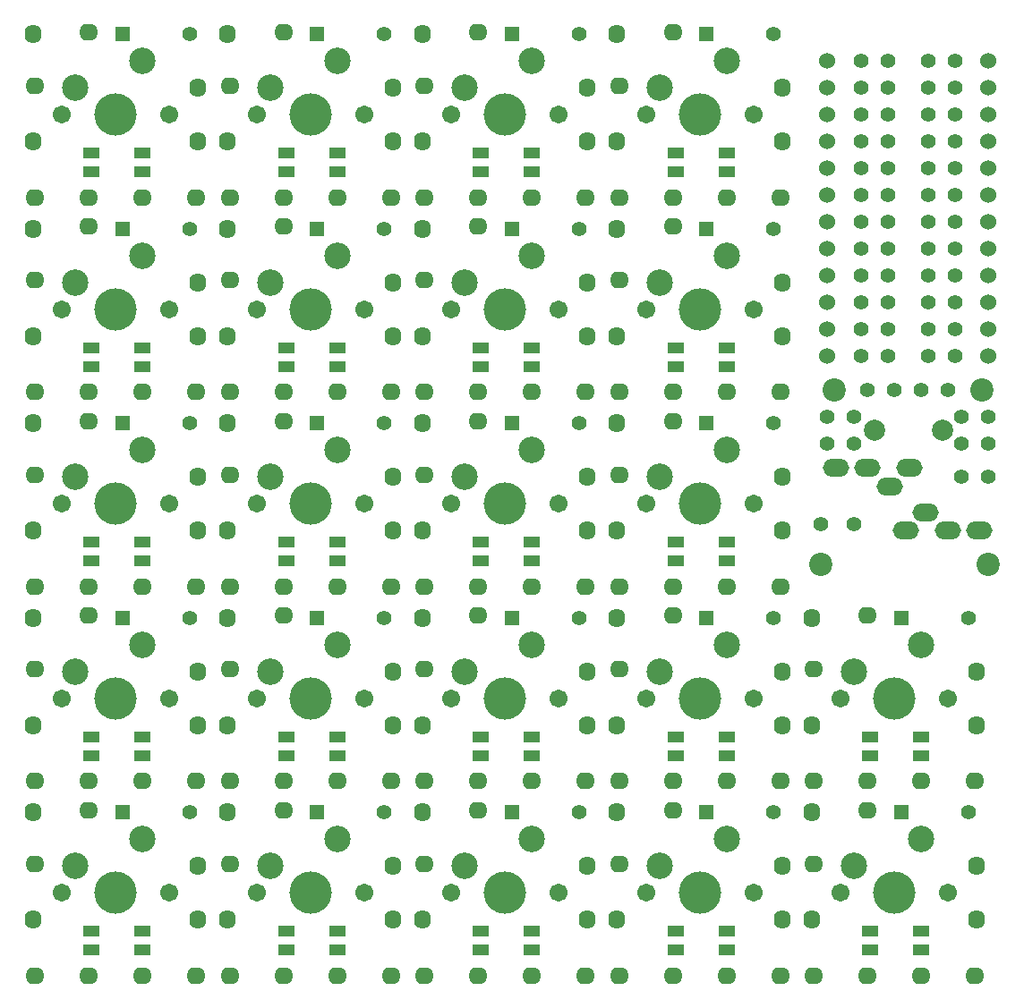
<source format=gts>
G04 #@! TF.FileFunction,Soldermask,Top*
%FSLAX46Y46*%
G04 Gerber Fmt 4.6, Leading zero omitted, Abs format (unit mm)*
G04 Created by KiCad (PCBNEW 4.0.7-e2-6376~61~ubuntu18.04.1) date Sat Jul 28 03:14:20 2018*
%MOMM*%
%LPD*%
G01*
G04 APERTURE LIST*
%ADD10C,0.150000*%
%ADD11C,1.400000*%
%ADD12R,1.400000X1.400000*%
%ADD13O,1.800000X1.600000*%
%ADD14O,1.600000X1.800000*%
%ADD15R,1.600000X1.000000*%
%ADD16C,1.710000*%
%ADD17C,2.500000*%
%ADD18C,4.000000*%
%ADD19C,1.397000*%
%ADD20O,2.500000X1.700000*%
%ADD21C,1.524000*%
%ADD22C,2.200000*%
%ADD23C,2.000000*%
G04 APERTURE END LIST*
D10*
D11*
X171450000Y-120015000D03*
D12*
X165100000Y-120015000D03*
D11*
X171450000Y-101600000D03*
D12*
X165100000Y-101600000D03*
D13*
X161925000Y-119815000D03*
X156845000Y-117040000D03*
D14*
X156645000Y-120015000D03*
D13*
X161925000Y-117040000D03*
D14*
X156645000Y-130175000D03*
D13*
X156845000Y-135455000D03*
X156845000Y-124895000D03*
X172085000Y-117040000D03*
D15*
X167005000Y-114617500D03*
X167005000Y-112867500D03*
X162205000Y-114617500D03*
X162205000Y-112867500D03*
D14*
X172285000Y-111760000D03*
D13*
X167005000Y-117040000D03*
D14*
X156645000Y-111760000D03*
X156645000Y-101600000D03*
X172285000Y-106680000D03*
D13*
X161925000Y-101400000D03*
D16*
X169545000Y-109220000D03*
D17*
X167005000Y-104140000D03*
D18*
X164465000Y-109220000D03*
D17*
X160655000Y-106680000D03*
D16*
X159385000Y-109220000D03*
D13*
X156845000Y-106480000D03*
X161925000Y-135455000D03*
X172085000Y-135455000D03*
D15*
X167005000Y-133032500D03*
X167005000Y-131282500D03*
X162205000Y-133032500D03*
X162205000Y-131282500D03*
D14*
X172285000Y-125095000D03*
X172285000Y-130175000D03*
D16*
X169545000Y-127635000D03*
D17*
X167005000Y-122555000D03*
D18*
X164465000Y-127635000D03*
D17*
X160655000Y-125095000D03*
D16*
X159385000Y-127635000D03*
D13*
X167005000Y-135455000D03*
D11*
X153035000Y-120015000D03*
D12*
X146685000Y-120015000D03*
D11*
X134620000Y-120015000D03*
D12*
X128270000Y-120015000D03*
D11*
X116205000Y-120015000D03*
D12*
X109855000Y-120015000D03*
D11*
X97790000Y-120015000D03*
D12*
X91440000Y-120015000D03*
D11*
X153035000Y-101600000D03*
D12*
X146685000Y-101600000D03*
D11*
X134620000Y-101600000D03*
D12*
X128270000Y-101600000D03*
D11*
X116205000Y-101600000D03*
D12*
X109855000Y-101600000D03*
D11*
X97790000Y-101600000D03*
D12*
X91440000Y-101600000D03*
D11*
X153035000Y-83185000D03*
D12*
X146685000Y-83185000D03*
D11*
X134620000Y-83185000D03*
D12*
X128270000Y-83185000D03*
D11*
X116205000Y-83185000D03*
D12*
X109855000Y-83185000D03*
D11*
X97790000Y-83185000D03*
D12*
X91440000Y-83185000D03*
D11*
X153035000Y-64770000D03*
D12*
X146685000Y-64770000D03*
D11*
X134620000Y-64770000D03*
D12*
X128270000Y-64770000D03*
D11*
X116205000Y-64770000D03*
D12*
X109855000Y-64770000D03*
D11*
X97790000Y-64770000D03*
D12*
X91440000Y-64770000D03*
D11*
X153035000Y-46355000D03*
D12*
X146685000Y-46355000D03*
D11*
X134620000Y-46355000D03*
D12*
X128270000Y-46355000D03*
D11*
X116205000Y-46355000D03*
D12*
X109855000Y-46355000D03*
D14*
X138230000Y-130175000D03*
X119815000Y-130175000D03*
X101400000Y-130175000D03*
X82985000Y-130175000D03*
X138230000Y-111760000D03*
X119815000Y-111760000D03*
X101400000Y-111760000D03*
X82985000Y-111760000D03*
X138230000Y-93345000D03*
X119815000Y-93345000D03*
X101400000Y-93345000D03*
X82985000Y-93345000D03*
X138230000Y-74930000D03*
X119815000Y-74930000D03*
X101400000Y-74930000D03*
X82985000Y-74930000D03*
X138230000Y-56515000D03*
X119815000Y-56515000D03*
X101400000Y-56515000D03*
D13*
X138430000Y-135455000D03*
X120015000Y-135455000D03*
X101600000Y-135455000D03*
X83185000Y-135455000D03*
X138430000Y-117040000D03*
X120015000Y-117040000D03*
X101600000Y-117040000D03*
X83185000Y-117040000D03*
X138430000Y-98625000D03*
X120015000Y-98625000D03*
X101600000Y-98625000D03*
X83185000Y-98625000D03*
X138430000Y-80210000D03*
X120015000Y-80210000D03*
X101600000Y-80210000D03*
X83185000Y-80210000D03*
X138430000Y-61795000D03*
X120015000Y-61795000D03*
X101600000Y-61795000D03*
X138430000Y-124895000D03*
X120015000Y-124895000D03*
X101600000Y-124895000D03*
X83185000Y-124895000D03*
X138430000Y-106480000D03*
X120015000Y-106480000D03*
X101600000Y-106480000D03*
X83185000Y-106480000D03*
X138430000Y-88065000D03*
X120015000Y-88065000D03*
X101600000Y-88065000D03*
X83185000Y-88065000D03*
X138430000Y-69650000D03*
X120015000Y-69650000D03*
X101600000Y-69650000D03*
X83185000Y-69650000D03*
X138430000Y-51235000D03*
X120015000Y-51235000D03*
X101600000Y-51235000D03*
X143510000Y-119815000D03*
X125095000Y-119815000D03*
X106680000Y-119815000D03*
X88265000Y-119815000D03*
X143510000Y-101400000D03*
X125095000Y-101400000D03*
X106680000Y-101400000D03*
X88265000Y-101400000D03*
X143510000Y-82985000D03*
X125095000Y-82985000D03*
X106680000Y-82985000D03*
X88265000Y-82985000D03*
X143510000Y-64570000D03*
X125095000Y-64570000D03*
X106680000Y-64570000D03*
X88265000Y-64570000D03*
X143510000Y-46155000D03*
X125095000Y-46155000D03*
X106680000Y-46155000D03*
D14*
X138230000Y-120015000D03*
X119815000Y-120015000D03*
X101400000Y-120015000D03*
X82985000Y-120015000D03*
X138230000Y-101600000D03*
X119815000Y-101600000D03*
X101400000Y-101600000D03*
X82985000Y-101600000D03*
X138230000Y-83185000D03*
X119815000Y-83185000D03*
X101400000Y-83185000D03*
X82985000Y-83185000D03*
X138230000Y-64770000D03*
X119815000Y-64770000D03*
X101400000Y-64770000D03*
X82985000Y-64770000D03*
X138230000Y-46355000D03*
X119815000Y-46355000D03*
X101400000Y-46355000D03*
D13*
X143510000Y-135455000D03*
X125095000Y-135455000D03*
X106680000Y-135455000D03*
X88265000Y-135455000D03*
X143510000Y-117040000D03*
X125095000Y-117040000D03*
X106680000Y-117040000D03*
X88265000Y-117040000D03*
X143510000Y-98625000D03*
X125095000Y-98625000D03*
X106680000Y-98625000D03*
X88265000Y-98625000D03*
X143510000Y-80210000D03*
X125095000Y-80210000D03*
X106680000Y-80210000D03*
X88265000Y-80210000D03*
X143510000Y-61795000D03*
X125095000Y-61795000D03*
X106680000Y-61795000D03*
D14*
X153870000Y-125095000D03*
X135455000Y-125095000D03*
X117040000Y-125095000D03*
X98625000Y-125095000D03*
X153870000Y-106680000D03*
X135455000Y-106680000D03*
X117040000Y-106680000D03*
X98625000Y-106680000D03*
X153870000Y-88265000D03*
X135455000Y-88265000D03*
X117040000Y-88265000D03*
X98625000Y-88265000D03*
X153870000Y-69850000D03*
X135455000Y-69850000D03*
X117040000Y-69850000D03*
X98625000Y-69850000D03*
X153870000Y-51435000D03*
X135455000Y-51435000D03*
X117040000Y-51435000D03*
D15*
X148590000Y-133032500D03*
X148590000Y-131282500D03*
X143790000Y-133032500D03*
X143790000Y-131282500D03*
X130175000Y-133032500D03*
X130175000Y-131282500D03*
X125375000Y-133032500D03*
X125375000Y-131282500D03*
X111760000Y-133032500D03*
X111760000Y-131282500D03*
X106960000Y-133032500D03*
X106960000Y-131282500D03*
X93345000Y-133032500D03*
X93345000Y-131282500D03*
X88545000Y-133032500D03*
X88545000Y-131282500D03*
X148590000Y-114617500D03*
X148590000Y-112867500D03*
X143790000Y-114617500D03*
X143790000Y-112867500D03*
X130175000Y-114617500D03*
X130175000Y-112867500D03*
X125375000Y-114617500D03*
X125375000Y-112867500D03*
X111760000Y-114617500D03*
X111760000Y-112867500D03*
X106960000Y-114617500D03*
X106960000Y-112867500D03*
X93345000Y-114617500D03*
X93345000Y-112867500D03*
X88545000Y-114617500D03*
X88545000Y-112867500D03*
X148590000Y-96202500D03*
X148590000Y-94452500D03*
X143790000Y-96202500D03*
X143790000Y-94452500D03*
X130175000Y-96202500D03*
X130175000Y-94452500D03*
X125375000Y-96202500D03*
X125375000Y-94452500D03*
X111760000Y-96202500D03*
X111760000Y-94452500D03*
X106960000Y-96202500D03*
X106960000Y-94452500D03*
X93345000Y-96202500D03*
X93345000Y-94452500D03*
X88545000Y-96202500D03*
X88545000Y-94452500D03*
X148590000Y-77787500D03*
X148590000Y-76037500D03*
X143790000Y-77787500D03*
X143790000Y-76037500D03*
X130175000Y-77787500D03*
X130175000Y-76037500D03*
X125375000Y-77787500D03*
X125375000Y-76037500D03*
X111760000Y-77787500D03*
X111760000Y-76037500D03*
X106960000Y-77787500D03*
X106960000Y-76037500D03*
X93345000Y-77787500D03*
X93345000Y-76037500D03*
X88545000Y-77787500D03*
X88545000Y-76037500D03*
X148590000Y-59372500D03*
X148590000Y-57622500D03*
X143790000Y-59372500D03*
X143790000Y-57622500D03*
X130175000Y-59372500D03*
X130175000Y-57622500D03*
X125375000Y-59372500D03*
X125375000Y-57622500D03*
X111760000Y-59372500D03*
X111760000Y-57622500D03*
X106960000Y-59372500D03*
X106960000Y-57622500D03*
D14*
X153870000Y-130175000D03*
X135455000Y-130175000D03*
X117040000Y-130175000D03*
X98625000Y-130175000D03*
X153870000Y-111760000D03*
X135455000Y-111760000D03*
X117040000Y-111760000D03*
X98625000Y-111760000D03*
X153870000Y-93345000D03*
X135455000Y-93345000D03*
X117040000Y-93345000D03*
X98625000Y-93345000D03*
X153870000Y-74930000D03*
X135455000Y-74930000D03*
X117040000Y-74930000D03*
X98625000Y-74930000D03*
X153870000Y-56515000D03*
X135455000Y-56515000D03*
X117040000Y-56515000D03*
D13*
X148590000Y-135455000D03*
X130175000Y-135455000D03*
X111760000Y-135455000D03*
X93345000Y-135455000D03*
X148590000Y-117040000D03*
X130175000Y-117040000D03*
X111760000Y-117040000D03*
X93345000Y-117040000D03*
X148590000Y-98625000D03*
X130175000Y-98625000D03*
X111760000Y-98625000D03*
X93345000Y-98625000D03*
X148590000Y-80210000D03*
X130175000Y-80210000D03*
X111760000Y-80210000D03*
X93345000Y-80210000D03*
X148590000Y-61795000D03*
X130175000Y-61795000D03*
X111760000Y-61795000D03*
D16*
X151130000Y-127635000D03*
D17*
X148590000Y-122555000D03*
D18*
X146050000Y-127635000D03*
D17*
X142240000Y-125095000D03*
D16*
X140970000Y-127635000D03*
X132715000Y-127635000D03*
D17*
X130175000Y-122555000D03*
D18*
X127635000Y-127635000D03*
D17*
X123825000Y-125095000D03*
D16*
X122555000Y-127635000D03*
X114300000Y-127635000D03*
D17*
X111760000Y-122555000D03*
D18*
X109220000Y-127635000D03*
D17*
X105410000Y-125095000D03*
D16*
X104140000Y-127635000D03*
X95885000Y-127635000D03*
D17*
X93345000Y-122555000D03*
D18*
X90805000Y-127635000D03*
D17*
X86995000Y-125095000D03*
D16*
X85725000Y-127635000D03*
X151130000Y-109220000D03*
D17*
X148590000Y-104140000D03*
D18*
X146050000Y-109220000D03*
D17*
X142240000Y-106680000D03*
D16*
X140970000Y-109220000D03*
X132715000Y-109220000D03*
D17*
X130175000Y-104140000D03*
D18*
X127635000Y-109220000D03*
D17*
X123825000Y-106680000D03*
D16*
X122555000Y-109220000D03*
X114300000Y-109220000D03*
D17*
X111760000Y-104140000D03*
D18*
X109220000Y-109220000D03*
D17*
X105410000Y-106680000D03*
D16*
X104140000Y-109220000D03*
X95885000Y-109220000D03*
D17*
X93345000Y-104140000D03*
D18*
X90805000Y-109220000D03*
D17*
X86995000Y-106680000D03*
D16*
X85725000Y-109220000D03*
X151130000Y-90805000D03*
D17*
X148590000Y-85725000D03*
D18*
X146050000Y-90805000D03*
D17*
X142240000Y-88265000D03*
D16*
X140970000Y-90805000D03*
X132715000Y-90805000D03*
D17*
X130175000Y-85725000D03*
D18*
X127635000Y-90805000D03*
D17*
X123825000Y-88265000D03*
D16*
X122555000Y-90805000D03*
X114300000Y-90805000D03*
D17*
X111760000Y-85725000D03*
D18*
X109220000Y-90805000D03*
D17*
X105410000Y-88265000D03*
D16*
X104140000Y-90805000D03*
X95885000Y-90805000D03*
D17*
X93345000Y-85725000D03*
D18*
X90805000Y-90805000D03*
D17*
X86995000Y-88265000D03*
D16*
X85725000Y-90805000D03*
X151130000Y-72390000D03*
D17*
X148590000Y-67310000D03*
D18*
X146050000Y-72390000D03*
D17*
X142240000Y-69850000D03*
D16*
X140970000Y-72390000D03*
X132715000Y-72390000D03*
D17*
X130175000Y-67310000D03*
D18*
X127635000Y-72390000D03*
D17*
X123825000Y-69850000D03*
D16*
X122555000Y-72390000D03*
X114300000Y-72390000D03*
D17*
X111760000Y-67310000D03*
D18*
X109220000Y-72390000D03*
D17*
X105410000Y-69850000D03*
D16*
X104140000Y-72390000D03*
X95885000Y-72390000D03*
D17*
X93345000Y-67310000D03*
D18*
X90805000Y-72390000D03*
D17*
X86995000Y-69850000D03*
D16*
X85725000Y-72390000D03*
X151130000Y-53975000D03*
D17*
X148590000Y-48895000D03*
D18*
X146050000Y-53975000D03*
D17*
X142240000Y-51435000D03*
D16*
X140970000Y-53975000D03*
X132715000Y-53975000D03*
D17*
X130175000Y-48895000D03*
D18*
X127635000Y-53975000D03*
D17*
X123825000Y-51435000D03*
D16*
X122555000Y-53975000D03*
X114300000Y-53975000D03*
D17*
X111760000Y-48895000D03*
D18*
X109220000Y-53975000D03*
D17*
X105410000Y-51435000D03*
D16*
X104140000Y-53975000D03*
D13*
X153670000Y-135455000D03*
X135255000Y-135455000D03*
X116840000Y-135455000D03*
X98425000Y-135455000D03*
X153670000Y-117040000D03*
X135255000Y-117040000D03*
X116840000Y-117040000D03*
X98425000Y-117040000D03*
X153670000Y-98625000D03*
X135255000Y-98625000D03*
X116840000Y-98625000D03*
X98425000Y-98625000D03*
X153670000Y-80210000D03*
X135255000Y-80210000D03*
X116840000Y-80210000D03*
X98425000Y-80210000D03*
X153670000Y-61795000D03*
X135255000Y-61795000D03*
X116840000Y-61795000D03*
D19*
X173355000Y-85090000D03*
X170815000Y-85090000D03*
X170815000Y-82550000D03*
X173355000Y-82550000D03*
X158115000Y-85090000D03*
X160655000Y-85090000D03*
D20*
X158925000Y-87395000D03*
X161925000Y-87395000D03*
X165925000Y-87395000D03*
X167425000Y-91595000D03*
D19*
X158115000Y-82550000D03*
X160655000Y-82550000D03*
X161925000Y-80010000D03*
X164465000Y-80010000D03*
X167005000Y-80010000D03*
X169545000Y-80010000D03*
X170180000Y-66675000D03*
X167640000Y-64135000D03*
X167640000Y-66675000D03*
X170180000Y-69215000D03*
X167640000Y-69215000D03*
X170180000Y-64135000D03*
X170180000Y-71755000D03*
X167640000Y-71755000D03*
X170180000Y-74295000D03*
X167640000Y-74295000D03*
X170180000Y-76835000D03*
X167640000Y-76835000D03*
X161290000Y-74295000D03*
X163830000Y-76835000D03*
X163830000Y-74295000D03*
X163830000Y-71755000D03*
X161290000Y-71755000D03*
X161290000Y-76835000D03*
X161290000Y-69215000D03*
X163830000Y-69215000D03*
X161290000Y-66675000D03*
X163830000Y-66675000D03*
X161290000Y-64135000D03*
X163830000Y-64135000D03*
X161290000Y-61595000D03*
D21*
X173355000Y-48895000D03*
X173355000Y-51435000D03*
X173355000Y-53975000D03*
X173355000Y-56515000D03*
X173355000Y-59055000D03*
X173355000Y-61595000D03*
X173355000Y-64135000D03*
X173355000Y-66675000D03*
X173355000Y-69215000D03*
X173355000Y-71755000D03*
X173355000Y-74295000D03*
X173355000Y-76835000D03*
X158115000Y-76835000D03*
X158115000Y-74295000D03*
X158115000Y-71755000D03*
X158115000Y-69215000D03*
X158115000Y-66675000D03*
X158115000Y-64135000D03*
X158115000Y-61595000D03*
X158115000Y-59055000D03*
X158115000Y-56515000D03*
X158115000Y-53975000D03*
X158115000Y-51435000D03*
X158115000Y-48895000D03*
D19*
X173355000Y-88265000D03*
X170815000Y-88265000D03*
X160655000Y-92710000D03*
X157480000Y-92710000D03*
X167640000Y-59055000D03*
X167640000Y-61595000D03*
X167640000Y-48895000D03*
X167640000Y-53975000D03*
X167640000Y-56515000D03*
X167640000Y-51435000D03*
X163830000Y-59055000D03*
X163830000Y-61595000D03*
X163830000Y-48895000D03*
X163830000Y-53975000D03*
X163830000Y-56515000D03*
X163830000Y-51435000D03*
X170180000Y-61595000D03*
X170180000Y-48895000D03*
X170180000Y-59055000D03*
X170180000Y-53975000D03*
X170180000Y-51435000D03*
X170180000Y-56515000D03*
X161290000Y-59055000D03*
X161290000Y-56515000D03*
X161290000Y-53975000D03*
X161290000Y-51435000D03*
D20*
X172545000Y-93345000D03*
X169545000Y-93345000D03*
X165545000Y-93345000D03*
X164045000Y-89145000D03*
D19*
X161290000Y-48895000D03*
D22*
X172720000Y-80010000D03*
X158750000Y-80010000D03*
X173355000Y-96520000D03*
D23*
X169060000Y-83820000D03*
X162560000Y-83820000D03*
D22*
X157480000Y-96520000D03*
D16*
X95885000Y-53975000D03*
D17*
X93345000Y-48895000D03*
D18*
X90805000Y-53975000D03*
D17*
X86995000Y-51435000D03*
D16*
X85725000Y-53975000D03*
D11*
X97790000Y-46355000D03*
D12*
X91440000Y-46355000D03*
D15*
X93345000Y-59372500D03*
X93345000Y-57622500D03*
X88545000Y-59372500D03*
X88545000Y-57622500D03*
D13*
X88265000Y-46155000D03*
X83185000Y-51235000D03*
X88265000Y-61795000D03*
X83185000Y-61795000D03*
X98425000Y-61795000D03*
X93345000Y-61795000D03*
D14*
X98625000Y-56515000D03*
X98625000Y-51435000D03*
X82985000Y-46355000D03*
X82985000Y-56515000D03*
M02*

</source>
